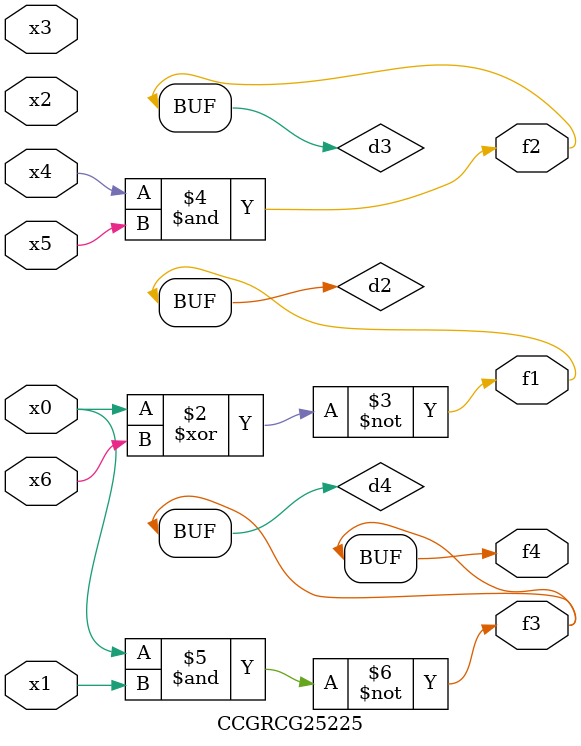
<source format=v>
module CCGRCG25225(
	input x0, x1, x2, x3, x4, x5, x6,
	output f1, f2, f3, f4
);

	wire d1, d2, d3, d4;

	nor (d1, x0);
	xnor (d2, x0, x6);
	and (d3, x4, x5);
	nand (d4, x0, x1);
	assign f1 = d2;
	assign f2 = d3;
	assign f3 = d4;
	assign f4 = d4;
endmodule

</source>
